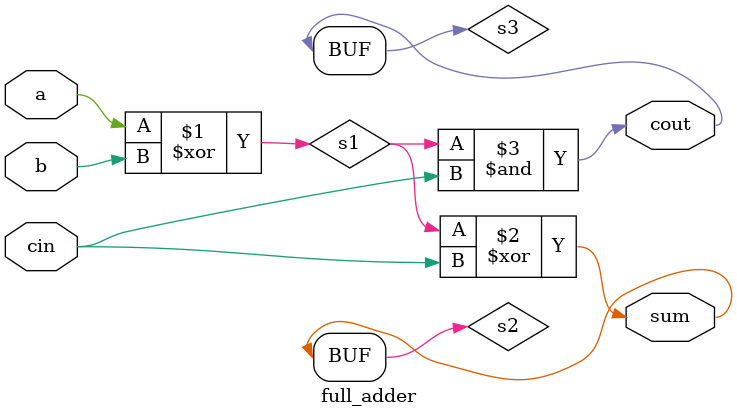
<source format=v>
module adder_4bit_carry (
    // Inputs
    input [3:0] a,
    input [3:0] b,
    input cin,
    // Outputs
    output [3:0] sum,
    output cout
);

    wire [3:0] temp_sum;
    wire c1, c2, c3;

    // First bit
    full_adder fa1(a[0], b[0], cin, temp_sum[0], c1);

    // Second bit
    full_adder fa2(a[1], b[1], c1, temp_sum[1], c2);

    // Third bit
    full_adder fa3(a[2], b[2], c2, temp_sum[2], c3);

    // Fourth bit
    full_adder fa4(a[3], b[3], c3, temp_sum[3], cout);

    assign sum = temp_sum;

endmodule

module full_adder (
    input a,
    input b,
    input cin,
    output sum,
    output cout
);

    wire s1, s2, s3;

    // First XOR gate
    xor x1(s1, a, b);

    // Second XOR gate
    xor x2(s2, s1, cin);

    // Third AND gate
    and a1(s3, s1, cin);

    // Final sum output
    assign sum = s2;

    // Final carry output
    assign cout = s3;

endmodule
</source>
